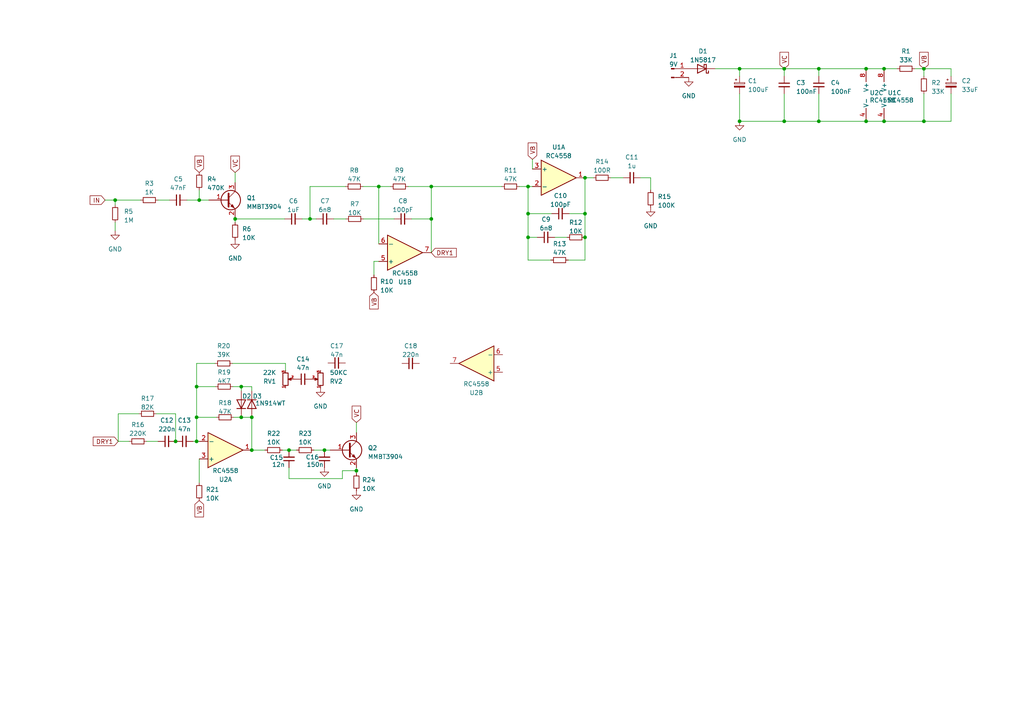
<source format=kicad_sch>
(kicad_sch (version 20230121) (generator eeschema)
  (paper "A4")
  (lib_symbols
    (symbol "Amplifier_Operational:RC4558" (pin_names (offset 0.127))
      (property "Reference" "U" (at 0 5.08 0))
      (property "Value" "RC4558" (at 0 -5.08 0))
      (symbol "RC4558_1_1"
        (polyline (pts (xy -5.08 5.08) (xy 5.08 0) (xy -5.08 -5.08) (xy -5.08 5.08)) (stroke (width 0.254)) (fill (type background)))
        (pin output line (at 7.62 0 180) (length 2.54) (name "~") (number "1"))
        (pin input line (at -7.62 -2.54 0) (length 2.54) (name "-") (number "2"))
        (pin input line (at -7.62 2.54 0) (length 2.54) (name "+") (number "3"))
      )
      (symbol "RC4558_2_1"
        (polyline (pts (xy -5.08 5.08) (xy 5.08 0) (xy -5.08 -5.08) (xy -5.08 5.08)) (stroke (width 0.254)) (fill (type background)))
        (pin input line (at -7.62 2.54 0) (length 2.54) (name "+") (number "5"))
        (pin input line (at -7.62 -2.54 0) (length 2.54) (name "-") (number "6"))
        (pin output line (at 7.62 0 180) (length 2.54) (name "~") (number "7"))
      )
      (symbol "RC4558_3_1"
        (pin power_in line (at -2.54 -7.62 90) (length 3.81) (name "V-") (number "4"))
        (pin power_in line (at -2.54 7.62 270) (length 3.81) (name "V+") (number "8"))
      )
    )
    (symbol "Connector:Conn_01x02_Pin" (pin_names (offset 1.016) hide)
      (property "Reference" "J" (at 0 2.54 0))
      (property "Value" "Conn_01x02_Pin" (at 0 -5.08 0))
      (symbol "Conn_01x02_Pin_1_1"
        (polyline (pts (xy 1.27 -2.54) (xy 0.8636 -2.54)) (stroke (width 0.1524)))
        (polyline (pts (xy 1.27 0) (xy 0.8636 0)) (stroke (width 0.1524)))
        (rectangle (start 0.8636 -2.413) (end 0 -2.667) (stroke (width 0.1524)) (fill (type outline)))
        (rectangle (start 0.8636 0.127) (end 0 -0.127) (stroke (width 0.1524)) (fill (type outline)))
        (pin passive line (at 5.08 0 180) (length 3.81) (name "Pin_1") (number "1"))
        (pin passive line (at 5.08 -2.54 180) (length 3.81) (name "Pin_2") (number "2"))
      )
    )
    (symbol "Device:C_Polarized_Small" (pin_numbers hide) (pin_names (offset 0.254) hide)
      (property "Reference" "C" (at 0.254 1.778 0))
      (property "Value" "C_Polarized_Small" (at 0.254 -2.032 0))
      (symbol "C_Polarized_Small_0_1"
        (rectangle (start -1.524 -0.3048) (end 1.524 -0.6858) (fill (type outline)))
        (rectangle (start -1.524 0.6858) (end 1.524 0.3048))
        (polyline (pts (xy -1.27 1.524) (xy -0.762 1.524)))
        (polyline (pts (xy -1.016 1.27) (xy -1.016 1.778)))
      )
      (symbol "C_Polarized_Small_1_1"
        (pin passive line (at 0 2.54 270) (length 1.8542) (name "~") (number "1"))
        (pin passive line (at 0 -2.54 90) (length 1.8542) (name "~") (number "2"))
      )
    )
    (symbol "Device:C_Small" (pin_numbers hide) (pin_names (offset 0.254) hide)
      (property "Reference" "C" (at 0.254 1.778 0))
      (property "Value" "C_Small" (at 0.254 -2.032 0))
      (symbol "C_Small_0_1"
        (polyline (pts (xy -1.524 -0.508) (xy 1.524 -0.508)) (stroke (width 0.3302)))
        (polyline (pts (xy -1.524 0.508) (xy 1.524 0.508)) (stroke (width 0.3048)))
      )
      (symbol "C_Small_1_1"
        (pin passive line (at 0 2.54 270) (length 2.032) (name "~") (number "1"))
        (pin passive line (at 0 -2.54 90) (length 2.032) (name "~") (number "2"))
      )
    )
    (symbol "Device:R_Potentiometer_Small" (pin_names (offset 1.016) hide)
      (property "Reference" "RV" (at -4.445 0 90))
      (property "Value" "R_Potentiometer_Small" (at -2.54 0 90))
      (symbol "R_Potentiometer_Small_0_1"
        (polyline (pts (xy 0.889 0) (xy 0.635 0) (xy 1.651 0.381) (xy 1.651 -0.381) (xy 0.635 0) (xy 0.889 0)) (fill (type outline)))
        (rectangle (start 0.762 1.8034) (end -0.762 -1.8034) (stroke (width 0.254)))
      )
      (symbol "R_Potentiometer_Small_1_1"
        (pin passive line (at 0 2.54 270) (length 0.635) (name "1") (number "1"))
        (pin passive line (at 2.54 0 180) (length 0.9906) (name "2") (number "2"))
        (pin passive line (at 0 -2.54 90) (length 0.635) (name "3") (number "3"))
      )
    )
    (symbol "Device:R_Small" (pin_numbers hide) (pin_names (offset 0.254) hide)
      (property "Reference" "R" (at 0.762 0.508 0))
      (property "Value" "R_Small" (at 0.762 -1.016 0))
      (symbol "R_Small_0_1"
        (rectangle (start -0.762 1.778) (end 0.762 -1.778) (stroke (width 0.2032)))
      )
      (symbol "R_Small_1_1"
        (pin passive line (at 0 2.54 270) (length 0.762) (name "~") (number "1"))
        (pin passive line (at 0 -2.54 90) (length 0.762) (name "~") (number "2"))
      )
    )
    (symbol "Diode:1N5817" (pin_numbers hide) (pin_names (offset 1.016) hide)
      (property "Reference" "D" (at 0 2.54 0))
      (property "Value" "1N5817" (at 0 -2.54 0))
      (symbol "1N5817_0_1"
        (polyline (pts (xy 1.27 0) (xy -1.27 0)))
        (polyline (pts (xy 1.27 1.27) (xy 1.27 -1.27) (xy -1.27 0) (xy 1.27 1.27)) (stroke (width 0.254)))
        (polyline (pts (xy -1.905 0.635) (xy -1.905 1.27) (xy -1.27 1.27) (xy -1.27 -1.27) (xy -0.635 -1.27) (xy -0.635 -0.635)) (stroke (width 0.254)))
      )
      (symbol "1N5817_1_1"
        (pin passive line (at -3.81 0 0) (length 2.54) (name "K") (number "1"))
        (pin passive line (at 3.81 0 180) (length 2.54) (name "A") (number "2"))
      )
    )
    (symbol "Diode:1N914WT" (pin_numbers hide) (pin_names hide)
      (property "Reference" "D" (at 0 2.54 0))
      (property "Value" "1N914WT" (at 0 -2.54 0))
      (symbol "1N914WT_0_1"
        (polyline (pts (xy -1.27 1.27) (xy -1.27 -1.27)) (stroke (width 0.254)))
        (polyline (pts (xy 1.27 0) (xy -1.27 0)))
        (polyline (pts (xy 1.27 1.27) (xy 1.27 -1.27) (xy -1.27 0) (xy 1.27 1.27)) (stroke (width 0.254)))
      )
      (symbol "1N914WT_1_1"
        (pin passive line (at -3.81 0 0) (length 2.54) (name "K") (number "1"))
        (pin passive line (at 3.81 0 180) (length 2.54) (name "A") (number "2"))
      )
    )
    (symbol "Transistor_BJT:MMBT3904" (pin_names (offset 0) hide)
      (property "Reference" "Q" (at 5.08 1.905 0))
      (property "Value" "MMBT3904" (at 5.08 0 0))
      (symbol "MMBT3904_0_1"
        (polyline (pts (xy 0.635 0.635) (xy 2.54 2.54)))
        (polyline (pts (xy 0.635 -0.635) (xy 2.54 -2.54) (xy 2.54 -2.54)))
        (polyline (pts (xy 0.635 1.905) (xy 0.635 -1.905) (xy 0.635 -1.905)) (stroke (width 0.508)))
        (polyline (pts (xy 1.27 -1.778) (xy 1.778 -1.27) (xy 2.286 -2.286) (xy 1.27 -1.778) (xy 1.27 -1.778)) (fill (type outline)))
        (circle (center 1.27 0) (radius 2.8194) (stroke (width 0.254)))
      )
      (symbol "MMBT3904_1_1"
        (pin input line (at -5.08 0 0) (length 5.715) (name "B") (number "1"))
        (pin passive line (at 2.54 -5.08 90) (length 2.54) (name "E") (number "2"))
        (pin passive line (at 2.54 5.08 270) (length 2.54) (name "C") (number "3"))
      )
    )
    (symbol "power:GND" (power) (pin_names (offset 0))
      (property "Value" "GND" (at 0 -3.81 0))
      (symbol "GND_0_1"
        (polyline (pts (xy 0 0) (xy 0 -1.27) (xy 1.27 -1.27) (xy 0 -2.54) (xy -1.27 -1.27) (xy 0 -1.27)))
      )
      (symbol "GND_1_1"
        (pin power_in line (at 0 0 270) (length 0) hide (name "GND") (number "1"))
      )
    )
  )
  (junction (at 94.107 130.556))
  (junction (at 73.025 121.031))
  (junction (at 57.023 112.141))
  (junction (at 73.025 130.556))
  (junction (at 125.095 63.5))
  (junction (at 237.49 35.179))
  (junction (at 214.503 35.179))
  (junction (at 256.413 35.179))
  (junction (at 153.162 61.976))
  (junction (at 153.162 68.834))
  (junction (at 227.457 35.179))
  (junction (at 57.785 58.039))
  (junction (at 237.49 19.939))
  (junction (at 69.977 112.141))
  (junction (at 169.672 51.562))
  (junction (at 83.82 130.556))
  (junction (at 169.672 68.834))
  (junction (at 89.916 63.5))
  (junction (at 169.672 61.976))
  (junction (at 125.095 54.102))
  (junction (at 153.162 54.102))
  (junction (at 57.023 128.016))
  (junction (at 68.199 63.5))
  (junction (at 33.401 58.039))
  (junction (at 267.97 19.939))
  (junction (at 251.206 35.179))
  (junction (at 267.97 35.179))
  (junction (at 256.413 19.939))
  (junction (at 214.503 19.939))
  (junction (at 227.457 19.939))
  (junction (at 251.206 19.939))
  (junction (at 50.927 128.016))
  (junction (at 103.378 136.525))
  (junction (at 57.023 121.031))
  (junction (at 69.977 121.031))
  (junction (at 109.855 54.102))
  (wire (pts (xy 267.97 35.179) (xy 256.413 35.179)))
  (wire (pts (xy 150.622 54.102) (xy 153.162 54.102)))
  (wire (pts (xy 237.49 19.939) (xy 251.206 19.939)))
  (wire (pts (xy 54.229 58.039) (xy 57.785 58.039)))
  (wire (pts (xy 62.484 112.141) (xy 57.023 112.141)))
  (wire (pts (xy 42.545 128.016) (xy 45.847 128.016)))
  (wire (pts (xy 267.97 27.178) (xy 267.97 35.179)))
  (wire (pts (xy 169.672 51.562) (xy 172.085 51.562)))
  (wire (pts (xy 214.503 19.939) (xy 227.457 19.939)))
  (wire (pts (xy 227.457 27.178) (xy 227.457 35.179)))
  (wire (pts (xy 125.095 54.102) (xy 125.095 63.5)))
  (wire (pts (xy 265.303 19.939) (xy 267.97 19.939)))
  (wire (pts (xy 188.722 51.562) (xy 188.722 55.118)))
  (wire (pts (xy 99.314 136.525) (xy 103.378 136.525)))
  (wire (pts (xy 68.199 63.119) (xy 68.199 63.5)))
  (wire (pts (xy 164.846 75.438) (xy 169.672 75.438)))
  (wire (pts (xy 159.766 75.438) (xy 153.162 75.438)))
  (wire (pts (xy 160.909 68.834) (xy 164.465 68.834)))
  (wire (pts (xy 185.801 51.562) (xy 188.722 51.562)))
  (wire (pts (xy 89.916 54.102) (xy 89.916 63.5)))
  (wire (pts (xy 119.38 63.5) (xy 125.095 63.5)))
  (wire (pts (xy 45.339 120.015) (xy 50.927 120.015)))
  (wire (pts (xy 109.855 54.102) (xy 113.284 54.102)))
  (wire (pts (xy 207.391 19.939) (xy 214.503 19.939)))
  (wire (pts (xy 99.314 138.811) (xy 99.314 136.525)))
  (wire (pts (xy 275.844 35.179) (xy 267.97 35.179)))
  (wire (pts (xy 96.774 63.5) (xy 100.33 63.5)))
  (wire (pts (xy 100.203 54.102) (xy 89.916 54.102)))
  (wire (pts (xy 69.977 112.141) (xy 69.977 113.411)))
  (wire (pts (xy 67.437 105.41) (xy 82.804 105.41)))
  (wire (pts (xy 83.82 135.636) (xy 83.82 138.811)))
  (wire (pts (xy 68.199 63.5) (xy 68.199 64.516)))
  (wire (pts (xy 227.457 19.939) (xy 227.457 22.098)))
  (wire (pts (xy 214.503 27.178) (xy 214.503 35.179)))
  (wire (pts (xy 68.199 50.038) (xy 68.199 52.959)))
  (wire (pts (xy 103.378 136.525) (xy 103.378 137.287)))
  (wire (pts (xy 33.401 58.039) (xy 40.767 58.039)))
  (wire (pts (xy 153.162 75.438) (xy 153.162 68.834)))
  (wire (pts (xy 30.48 58.039) (xy 33.401 58.039)))
  (wire (pts (xy 267.97 19.939) (xy 275.844 19.939)))
  (wire (pts (xy 34.29 128.016) (xy 37.465 128.016)))
  (wire (pts (xy 57.023 112.141) (xy 57.023 121.031)))
  (wire (pts (xy 83.82 138.811) (xy 99.314 138.811)))
  (wire (pts (xy 153.162 61.976) (xy 160.02 61.976)))
  (wire (pts (xy 165.1 61.976) (xy 169.672 61.976)))
  (wire (pts (xy 251.206 35.179) (xy 256.413 35.179)))
  (wire (pts (xy 57.785 58.039) (xy 60.579 58.039)))
  (wire (pts (xy 237.49 35.179) (xy 251.206 35.179)))
  (wire (pts (xy 62.357 105.41) (xy 57.023 105.41)))
  (wire (pts (xy 275.844 19.939) (xy 275.844 22.098)))
  (wire (pts (xy 57.023 128.016) (xy 57.785 128.016)))
  (wire (pts (xy 91.059 130.556) (xy 94.107 130.556)))
  (wire (pts (xy 57.023 121.031) (xy 57.023 128.016)))
  (wire (pts (xy 67.818 121.031) (xy 69.977 121.031)))
  (wire (pts (xy 256.413 19.939) (xy 260.223 19.939)))
  (wire (pts (xy 57.023 105.41) (xy 57.023 112.141)))
  (wire (pts (xy 108.458 75.819) (xy 108.458 79.756)))
  (wire (pts (xy 155.829 68.834) (xy 153.162 68.834)))
  (wire (pts (xy 251.206 19.939) (xy 256.413 19.939)))
  (wire (pts (xy 83.82 130.556) (xy 85.979 130.556)))
  (wire (pts (xy 82.804 105.41) (xy 82.804 107.442)))
  (wire (pts (xy 275.844 27.178) (xy 275.844 35.179)))
  (wire (pts (xy 153.162 61.976) (xy 153.162 54.102)))
  (wire (pts (xy 105.41 63.5) (xy 114.3 63.5)))
  (wire (pts (xy 237.49 35.179) (xy 227.457 35.179)))
  (wire (pts (xy 73.025 112.141) (xy 69.977 112.141)))
  (wire (pts (xy 169.545 68.834) (xy 169.672 68.834)))
  (wire (pts (xy 125.095 63.5) (xy 125.095 73.279)))
  (wire (pts (xy 153.162 68.834) (xy 153.162 61.976)))
  (wire (pts (xy 56.007 128.016) (xy 57.023 128.016)))
  (wire (pts (xy 33.401 58.039) (xy 33.401 59.436)))
  (wire (pts (xy 87.63 63.5) (xy 89.916 63.5)))
  (wire (pts (xy 118.364 54.102) (xy 125.095 54.102)))
  (wire (pts (xy 57.785 55.118) (xy 57.785 58.039)))
  (wire (pts (xy 267.97 19.939) (xy 267.97 22.098)))
  (wire (pts (xy 73.025 121.031) (xy 73.025 130.556)))
  (wire (pts (xy 109.855 54.102) (xy 105.283 54.102)))
  (wire (pts (xy 169.672 61.976) (xy 169.672 68.834)))
  (wire (pts (xy 169.672 75.438) (xy 169.672 68.834)))
  (wire (pts (xy 227.457 19.939) (xy 237.49 19.939)))
  (wire (pts (xy 237.49 19.939) (xy 237.49 22.098)))
  (wire (pts (xy 103.378 135.636) (xy 103.378 136.525)))
  (wire (pts (xy 68.199 63.5) (xy 82.55 63.5)))
  (wire (pts (xy 109.855 75.819) (xy 108.458 75.819)))
  (wire (pts (xy 154.432 46.228) (xy 154.432 49.022)))
  (wire (pts (xy 169.672 51.562) (xy 169.672 61.976)))
  (wire (pts (xy 69.977 121.031) (xy 73.025 121.031)))
  (wire (pts (xy 89.916 63.5) (xy 91.694 63.5)))
  (wire (pts (xy 177.165 51.562) (xy 180.721 51.562)))
  (wire (pts (xy 227.457 35.179) (xy 214.503 35.179)))
  (wire (pts (xy 103.378 122.555) (xy 103.378 125.476)))
  (wire (pts (xy 34.29 120.015) (xy 34.29 128.016)))
  (wire (pts (xy 50.927 120.015) (xy 50.927 128.016)))
  (wire (pts (xy 237.49 27.178) (xy 237.49 35.179)))
  (wire (pts (xy 109.855 70.739) (xy 109.855 54.102)))
  (wire (pts (xy 40.259 120.015) (xy 34.29 120.015)))
  (wire (pts (xy 69.977 112.141) (xy 67.564 112.141)))
  (wire (pts (xy 62.738 121.031) (xy 57.023 121.031)))
  (wire (pts (xy 125.095 54.102) (xy 145.542 54.102)))
  (wire (pts (xy 214.503 19.939) (xy 214.503 22.098)))
  (wire (pts (xy 73.025 130.556) (xy 76.835 130.556)))
  (wire (pts (xy 81.915 130.556) (xy 83.82 130.556)))
  (wire (pts (xy 73.025 113.411) (xy 73.025 112.141)))
  (wire (pts (xy 95.758 130.556) (xy 94.107 130.556)))
  (wire (pts (xy 33.401 64.516) (xy 33.401 66.929)))
  (wire (pts (xy 153.162 54.102) (xy 154.432 54.102)))
  (wire (pts (xy 45.847 58.039) (xy 49.149 58.039)))
  (wire (pts (xy 57.785 140.081) (xy 57.785 133.096)))
  (global_label "VB" (shape input) (at 57.785 50.038 90) (property "Intersheetrefs" "${INTERSHEET_REFS}" (effects hide)))
  (global_label "VB" (shape input) (at 267.97 19.939 90) (property "Intersheetrefs" "${INTERSHEET_REFS}" (effects hide)))
  (global_label "VC" (shape input) (at 227.457 19.939 90) (property "Intersheetrefs" "${INTERSHEET_REFS}" (effects hide)))
  (global_label "VC" (shape input) (at 103.378 122.555 90) (property "Intersheetrefs" "${INTERSHEET_REFS}" (effects hide)))
  (global_label "VC" (shape input) (at 68.199 50.038 90) (property "Intersheetrefs" "${INTERSHEET_REFS}" (effects hide)))
  (global_label "VB" (shape input) (at 108.458 84.836 270) (property "Intersheetrefs" "${INTERSHEET_REFS}" (effects hide)))
  (global_label "VB" (shape input) (at 57.785 145.161 270) (property "Intersheetrefs" "${INTERSHEET_REFS}" (effects hide)))
  (global_label "VB" (shape input) (at 154.432 46.228 90) (property "Intersheetrefs" "${INTERSHEET_REFS}" (effects hide)))
  (global_label "DRY1" (shape input) (at 34.29 128.016 180) (property "Intersheetrefs" "${INTERSHEET_REFS}" (effects hide)))
  (global_label "DRY1" (shape input) (at 125.095 73.279 0) (property "Intersheetrefs" "${INTERSHEET_REFS}" (effects hide)))
  (global_label "IN" (shape input) (at 30.48 58.039 180) (property "Intersheetrefs" "${INTERSHEET_REFS}" (effects hide)))
  (symbol (lib_id "Amplifier_Operational:RC4558") (at 65.405 130.556 0) (mirror x) (unit 1)
    (property "Reference" "U2" (at 65.405 139.065 0))
    (property "Value" "RC4558" (at 65.405 136.525 0))
    (property "Datasheet" "http://www.ti.com/lit/ds/symlink/rc4558.pdf" (effects hide))
  )
  (symbol (lib_id "Device:R_Small") (at 68.199 67.056 0) (unit 1)
    (property "Reference" "R6" (at 70.231 66.421 0) (effects (justify left)))
    (property "Value" "10K" (at 70.231 68.961 0) (effects (justify left)))
    (property "Footprint" "Resistor_SMD:R_0805_2012Metric_Pad1.20x1.40mm_HandSolder" (effects hide))
  )
  (symbol (lib_id "Transistor_BJT:MMBT3904") (at 65.659 58.039 0) (unit 1)
    (property "Reference" "Q1" (at 71.501 57.404 0) (effects (justify left)))
    (property "Value" "MMBT3904" (at 71.501 59.944 0) (effects (justify left)))
    (property "Footprint" "Package_TO_SOT_SMD:SOT-23" (effects hide))
    (property "Datasheet" "https://www.onsemi.com/pub/Collateral/2N3903-D.PDF" (effects hide))
  )
  (symbol (lib_id "Device:R_Small") (at 40.005 128.016 270) (unit 1)
    (property "Reference" "R16" (at 40.005 123.19 90))
    (property "Value" "220K" (at 40.005 125.73 90))
    (property "Footprint" "Resistor_SMD:R_0805_2012Metric_Pad1.20x1.40mm_HandSolder" (effects hide))
  )
  (symbol (lib_id "power:GND") (at 188.722 60.198 0) (unit 1)
    (property "Reference" "#PWR05" (effects hide))
    (property "Value" "GND" (at 188.722 65.532 0))
  )
  (symbol (lib_id "Device:C_Small") (at 87.884 109.982 90) (unit 1)
    (property "Reference" "C14" (at 87.8903 104.14 90))
    (property "Value" "47n" (at 87.8903 106.68 90))
    (property "Footprint" "Capacitor_SMD:C_0805_2012Metric_Pad1.18x1.45mm_HandSolder" (effects hide))
  )
  (symbol (lib_id "Diode:1N914WT") (at 69.977 117.221 90) (unit 1)
    (property "Reference" "D2" (at 70.231 114.935 90) (effects (justify right)))
    (property "Value" "1N914WT" (effects hide))
    (property "Footprint" "Diode_SMD:D_SOD-523" (effects hide))
    (property "Datasheet" "http://www.mouser.com/ds/2/149/1N4148WT-461550.pdf" (effects hide))
    (property "Sim.Device" "D" (effects hide))
    (property "Sim.Pins" "1=K 2=A" (effects hide))
  )
  (symbol (lib_id "Device:R_Small") (at 33.401 61.976 0) (unit 1)
    (property "Reference" "R5" (at 35.941 61.341 0) (effects (justify left)))
    (property "Value" "1M" (at 35.941 63.881 0) (effects (justify left)))
    (property "Footprint" "Resistor_SMD:R_0805_2012Metric_Pad1.20x1.40mm_HandSolder" (effects hide))
  )
  (symbol (lib_id "Device:C_Small") (at 116.84 63.5 90) (unit 1)
    (property "Reference" "C8" (at 116.8463 58.293 90))
    (property "Value" "100pF" (at 116.8463 60.833 90))
    (property "Footprint" "Capacitor_SMD:C_0805_2012Metric_Pad1.18x1.45mm_HandSolder" (effects hide))
  )
  (symbol (lib_id "Device:C_Small") (at 158.369 68.834 90) (unit 1)
    (property "Reference" "C9" (at 158.3753 63.627 90))
    (property "Value" "6n8" (at 158.3753 66.167 90))
    (property "Footprint" "Capacitor_SMD:C_0805_2012Metric_Pad1.18x1.45mm_HandSolder" (effects hide))
  )
  (symbol (lib_id "Device:C_Polarized_Small") (at 275.844 24.638 0) (unit 1)
    (property "Reference" "C2" (at 278.892 23.4569 0) (effects (justify left)))
    (property "Value" "33uF" (at 278.892 25.9969 0) (effects (justify left)))
  )
  (symbol (lib_id "Device:R_Small") (at 115.824 54.102 90) (unit 1)
    (property "Reference" "R9" (at 115.824 49.403 90))
    (property "Value" "47K" (at 115.824 51.943 90))
    (property "Footprint" "Resistor_SMD:R_0805_2012Metric_Pad1.20x1.40mm_HandSolder" (effects hide))
  )
  (symbol (lib_id "Device:R_Small") (at 148.082 54.102 90) (unit 1)
    (property "Reference" "R11" (at 148.082 49.403 90))
    (property "Value" "47K" (at 148.082 51.943 90))
    (property "Footprint" "Resistor_SMD:R_0805_2012Metric_Pad1.20x1.40mm_HandSolder" (effects hide))
  )
  (symbol (lib_id "Amplifier_Operational:RC4558") (at 138.176 105.41 180) (unit 2)
    (property "Reference" "U2" (at 138.176 113.919 0))
    (property "Value" "RC4558" (at 138.176 111.379 0))
    (property "Datasheet" "http://www.ti.com/lit/ds/symlink/rc4558.pdf" (effects hide))
  )
  (symbol (lib_id "Device:C_Small") (at 237.49 24.638 0) (unit 1)
    (property "Reference" "C4" (at 240.919 24.0093 0) (effects (justify left)))
    (property "Value" "100nF" (at 240.919 26.5493 0) (effects (justify left)))
    (property "Footprint" "Capacitor_SMD:C_0805_2012Metric_Pad1.18x1.45mm_HandSolder" (effects hide))
  )
  (symbol (lib_id "power:GND") (at 214.503 35.179 0) (unit 1)
    (property "Reference" "#PWR01" (effects hide))
    (property "Value" "GND" (at 214.503 40.513 0))
  )
  (symbol (lib_id "Device:R_Small") (at 103.378 139.827 0) (unit 1)
    (property "Reference" "R24" (at 105.029 139.192 0) (effects (justify left)))
    (property "Value" "10K" (at 105.029 141.732 0) (effects (justify left)))
    (property "Footprint" "Resistor_SMD:R_0805_2012Metric_Pad1.20x1.40mm_HandSolder" (effects hide))
  )
  (symbol (lib_id "Device:R_Small") (at 57.785 142.621 0) (unit 1)
    (property "Reference" "R21" (at 59.69 141.986 0) (effects (justify left)))
    (property "Value" "10K" (at 59.69 144.526 0) (effects (justify left)))
    (property "Footprint" "Resistor_SMD:R_0805_2012Metric_Pad1.20x1.40mm_HandSolder" (effects hide))
  )
  (symbol (lib_id "Device:R_Potentiometer_Small") (at 92.964 109.982 180) (unit 1)
    (property "Reference" "RV2" (at 95.631 110.617 0) (effects (justify right)))
    (property "Value" "50KC" (at 95.631 108.077 0) (effects (justify right)))
  )
  (symbol (lib_id "Device:R_Small") (at 79.375 130.556 270) (unit 1)
    (property "Reference" "R22" (at 79.375 125.73 90))
    (property "Value" "10K" (at 79.375 128.27 90))
    (property "Footprint" "Resistor_SMD:R_0805_2012Metric_Pad1.20x1.40mm_HandSolder" (effects hide))
  )
  (symbol (lib_id "power:GND") (at 94.107 135.636 0) (unit 1)
    (property "Reference" "#PWR07" (effects hide))
    (property "Value" "GND" (at 94.107 140.97 0))
  )
  (symbol (lib_id "Device:R_Small") (at 102.87 63.5 90) (unit 1)
    (property "Reference" "R7" (at 102.87 59.182 90))
    (property "Value" "10K" (at 102.87 61.722 90))
    (property "Footprint" "Resistor_SMD:R_0805_2012Metric_Pad1.20x1.40mm_HandSolder" (effects hide))
  )
  (symbol (lib_id "Device:R_Small") (at 188.722 57.658 0) (unit 1)
    (property "Reference" "R15" (at 190.754 57.023 0) (effects (justify left)))
    (property "Value" "100K" (at 190.754 59.563 0) (effects (justify left)))
    (property "Footprint" "Resistor_SMD:R_0805_2012Metric_Pad1.20x1.40mm_HandSolder" (effects hide))
  )
  (symbol (lib_id "Device:R_Small") (at 88.519 130.556 270) (unit 1)
    (property "Reference" "R23" (at 88.519 125.73 90))
    (property "Value" "10K" (at 88.519 128.27 90))
    (property "Footprint" "Resistor_SMD:R_0805_2012Metric_Pad1.20x1.40mm_HandSolder" (effects hide))
  )
  (symbol (lib_id "Device:C_Small") (at 83.82 133.096 180) (unit 1)
    (property "Reference" "C15" (at 78.232 132.715 0) (effects (justify right)))
    (property "Value" "12n" (at 78.867 134.747 0) (effects (justify right)))
    (property "Footprint" "Capacitor_SMD:C_0805_2012Metric_Pad1.18x1.45mm_HandSolder" (effects hide))
  )
  (symbol (lib_id "Device:C_Small") (at 94.107 133.096 180) (unit 1)
    (property "Reference" "C16" (at 88.646 132.588 0) (effects (justify right)))
    (property "Value" "150n" (at 88.9 134.747 0) (effects (justify right)))
    (property "Footprint" "Capacitor_SMD:C_0805_2012Metric_Pad1.18x1.45mm_HandSolder" (effects hide))
  )
  (symbol (lib_id "Device:C_Polarized_Small") (at 214.503 24.638 0) (unit 1)
    (property "Reference" "C1" (at 216.916 23.4569 0) (effects (justify left)))
    (property "Value" "100uF" (at 216.916 25.9969 0) (effects (justify left)))
  )
  (symbol (lib_id "Device:R_Potentiometer_Small") (at 82.804 109.982 0) (mirror x) (unit 1)
    (property "Reference" "RV1" (at 80.137 110.617 0) (effects (justify right)))
    (property "Value" "22K" (at 80.137 108.077 0) (effects (justify right)))
  )
  (symbol (lib_id "Device:R_Small") (at 262.763 19.939 270) (unit 1)
    (property "Reference" "R1" (at 262.763 14.859 90))
    (property "Value" "33K" (at 262.763 17.399 90))
    (property "Footprint" "Resistor_SMD:R_0805_2012Metric_Pad1.20x1.40mm_HandSolder" (effects hide))
  )
  (symbol (lib_id "Device:R_Small") (at 167.005 68.834 90) (unit 1)
    (property "Reference" "R12" (at 167.005 64.516 90))
    (property "Value" "10K" (at 167.005 67.056 90))
    (property "Footprint" "Resistor_SMD:R_0805_2012Metric_Pad1.20x1.40mm_HandSolder" (effects hide))
  )
  (symbol (lib_id "Device:R_Small") (at 108.458 82.296 180) (unit 1)
    (property "Reference" "R10" (at 110.236 81.661 0) (effects (justify right)))
    (property "Value" "10K" (at 110.236 84.201 0) (effects (justify right)))
    (property "Footprint" "Resistor_SMD:R_0805_2012Metric_Pad1.20x1.40mm_HandSolder" (effects hide))
  )
  (symbol (lib_id "Connector:Conn_01x02_Pin") (at 194.691 19.939 0) (unit 1)
    (property "Reference" "J1" (at 195.326 16.129 0))
    (property "Value" "9V" (at 195.326 18.669 0))
  )
  (symbol (lib_id "Device:C_Small") (at 48.387 128.016 90) (unit 1)
    (property "Reference" "C12" (at 48.3933 121.92 90))
    (property "Value" "220n" (at 48.3933 124.46 90))
    (property "Footprint" "Capacitor_SMD:C_0805_2012Metric_Pad1.18x1.45mm_HandSolder" (effects hide))
  )
  (symbol (lib_id "Device:R_Small") (at 64.897 105.41 270) (unit 1)
    (property "Reference" "R20" (at 64.897 100.33 90))
    (property "Value" "39K" (at 64.897 102.87 90))
    (property "Footprint" "Resistor_SMD:R_0805_2012Metric_Pad1.20x1.40mm_HandSolder" (effects hide))
  )
  (symbol (lib_id "power:GND") (at 103.378 142.367 0) (unit 1)
    (property "Reference" "#PWR08" (effects hide))
    (property "Value" "GND" (at 103.378 147.701 0))
  )
  (symbol (lib_id "Device:C_Small") (at 85.09 63.5 90) (unit 1)
    (property "Reference" "C6" (at 85.0963 58.293 90))
    (property "Value" "1uF" (at 85.0963 60.833 90))
    (property "Footprint" "Capacitor_SMD:C_0805_2012Metric_Pad1.18x1.45mm_HandSolder" (effects hide))
  )
  (symbol (lib_id "Device:C_Small") (at 51.689 58.039 90) (unit 1)
    (property "Reference" "C5" (at 51.6953 51.943 90))
    (property "Value" "47nF" (at 51.6953 54.483 90))
    (property "Footprint" "Capacitor_SMD:C_0805_2012Metric_Pad1.18x1.45mm_HandSolder" (effects hide))
  )
  (symbol (lib_id "Device:C_Small") (at 162.56 61.976 90) (unit 1)
    (property "Reference" "C10" (at 162.5663 56.769 90))
    (property "Value" "100pF" (at 162.5663 59.309 90))
    (property "Footprint" "Capacitor_SMD:C_0805_2012Metric_Pad1.18x1.45mm_HandSolder" (effects hide))
  )
  (symbol (lib_id "Amplifier_Operational:RC4558") (at 253.746 27.559 0) (unit 3)
    (property "Reference" "U2" (at 252.222 26.924 0) (effects (justify left)))
    (property "Value" "RC4558" (at 252.222 29.083 0) (effects (justify left)))
    (property "Datasheet" "http://www.ti.com/lit/ds/symlink/rc4558.pdf" (effects hide))
  )
  (symbol (lib_id "Device:C_Small") (at 53.467 128.016 90) (unit 1)
    (property "Reference" "C13" (at 53.4733 121.92 90))
    (property "Value" "47n" (at 53.4733 124.46 90))
    (property "Footprint" "Capacitor_SMD:C_0805_2012Metric_Pad1.18x1.45mm_HandSolder" (effects hide))
  )
  (symbol (lib_id "Device:C_Small") (at 119.126 105.41 90) (unit 1)
    (property "Reference" "C18" (at 119.1323 100.33 90))
    (property "Value" "220n" (at 119.1323 102.87 90))
    (property "Footprint" "Capacitor_SMD:C_0805_2012Metric_Pad1.18x1.45mm_HandSolder" (effects hide))
  )
  (symbol (lib_id "Device:R_Small") (at 267.97 24.638 0) (unit 1)
    (property "Reference" "R2" (at 270.129 24.003 0) (effects (justify left)))
    (property "Value" "33K" (at 270.129 26.543 0) (effects (justify left)))
    (property "Footprint" "Resistor_SMD:R_0805_2012Metric_Pad1.20x1.40mm_HandSolder" (effects hide))
  )
  (symbol (lib_id "Device:R_Small") (at 65.024 112.141 270) (unit 1)
    (property "Reference" "R19" (at 65.024 107.95 90))
    (property "Value" "4K7" (at 65.024 110.49 90))
    (property "Footprint" "Resistor_SMD:R_0805_2012Metric_Pad1.20x1.40mm_HandSolder" (effects hide))
  )
  (symbol (lib_id "power:GND") (at 92.964 112.522 0) (unit 1)
    (property "Reference" "#PWR06" (effects hide))
    (property "Value" "GND" (at 92.964 117.856 0))
  )
  (symbol (lib_id "Device:C_Small") (at 227.457 24.638 0) (unit 1)
    (property "Reference" "C3" (at 230.886 24.0093 0) (effects (justify left)))
    (property "Value" "100nF" (at 230.886 26.5493 0) (effects (justify left)))
    (property "Footprint" "Capacitor_SMD:C_0805_2012Metric_Pad1.18x1.45mm_HandSolder" (effects hide))
  )
  (symbol (lib_id "Diode:1N914WT") (at 73.025 117.221 270) (unit 1)
    (property "Reference" "D3" (at 73.279 114.935 90) (effects (justify left)))
    (property "Value" "1N914WT" (at 74.041 116.967 90) (effects (justify left)))
    (property "Footprint" "Diode_SMD:D_SOD-523" (effects hide))
    (property "Datasheet" "http://www.mouser.com/ds/2/149/1N4148WT-461550.pdf" (effects hide))
    (property "Sim.Device" "D" (effects hide))
    (property "Sim.Pins" "1=K 2=A" (effects hide))
  )
  (symbol (lib_id "Device:R_Small") (at 162.306 75.438 90) (unit 1)
    (property "Reference" "R13" (at 162.306 70.739 90))
    (property "Value" "47K" (at 162.306 73.279 90))
    (property "Footprint" "Resistor_SMD:R_0805_2012Metric_Pad1.20x1.40mm_HandSolder" (effects hide))
  )
  (symbol (lib_id "Amplifier_Operational:RC4558") (at 258.953 27.559 0) (unit 3)
    (property "Reference" "U1" (at 257.429 26.924 0) (effects (justify left)))
    (property "Value" "RC4558" (at 257.429 29.083 0) (effects (justify left)))
    (property "Datasheet" "http://www.ti.com/lit/ds/symlink/rc4558.pdf" (effects hide))
  )
  (symbol (lib_id "Device:R_Small") (at 102.743 54.102 90) (unit 1)
    (property "Reference" "R8" (at 102.743 49.403 90))
    (property "Value" "47K" (at 102.743 51.943 90))
    (property "Footprint" "Resistor_SMD:R_0805_2012Metric_Pad1.20x1.40mm_HandSolder" (effects hide))
  )
  (symbol (lib_id "Device:R_Small") (at 43.307 58.039 270) (unit 1)
    (property "Reference" "R3" (at 43.307 53.213 90))
    (property "Value" "1K" (at 43.307 55.753 90))
    (property "Footprint" "Resistor_SMD:R_0805_2012Metric_Pad1.20x1.40mm_HandSolder" (effects hide))
  )
  (symbol (lib_id "Amplifier_Operational:RC4558") (at 117.475 73.279 0) (mirror x) (unit 2)
    (property "Reference" "U1" (at 117.475 81.788 0))
    (property "Value" "RC4558" (at 117.475 79.248 0))
    (property "Datasheet" "http://www.ti.com/lit/ds/symlink/rc4558.pdf" (effects hide))
  )
  (symbol (lib_id "Device:R_Small") (at 174.625 51.562 270) (unit 1)
    (property "Reference" "R14" (at 174.625 46.863 90))
    (property "Value" "100R" (at 174.625 49.403 90))
    (property "Footprint" "Resistor_SMD:R_0805_2012Metric_Pad1.20x1.40mm_HandSolder" (effects hide))
  )
  (symbol (lib_id "power:GND") (at 33.401 66.929 0) (unit 1)
    (property "Reference" "#PWR03" (effects hide))
    (property "Value" "GND" (at 33.401 72.263 0))
  )
  (symbol (lib_id "Device:C_Small") (at 97.663 105.283 90) (unit 1)
    (property "Reference" "C17" (at 97.6693 100.33 90))
    (property "Value" "47n" (at 97.6693 102.87 90))
    (property "Footprint" "Capacitor_SMD:C_0805_2012Metric_Pad1.18x1.45mm_HandSolder" (effects hide))
  )
  (symbol (lib_id "power:GND") (at 199.771 22.479 0) (unit 1)
    (property "Reference" "#PWR02" (effects hide))
    (property "Value" "GND" (at 199.771 27.813 0))
  )
  (symbol (lib_id "Transistor_BJT:MMBT3904") (at 100.838 130.556 0) (unit 1)
    (property "Reference" "Q2" (at 106.68 129.921 0) (effects (justify left)))
    (property "Value" "MMBT3904" (at 106.68 132.461 0) (effects (justify left)))
    (property "Footprint" "Package_TO_SOT_SMD:SOT-23" (effects hide))
    (property "Datasheet" "https://www.onsemi.com/pub/Collateral/2N3903-D.PDF" (effects hide))
  )
  (symbol (lib_id "power:GND") (at 68.199 69.596 0) (unit 1)
    (property "Reference" "#PWR04" (effects hide))
    (property "Value" "GND" (at 68.199 74.93 0))
  )
  (symbol (lib_id "Diode:1N5817") (at 203.581 19.939 180) (unit 1)
    (property "Reference" "D1" (at 203.8985 14.859 0))
    (property "Value" "1N5817" (at 203.8985 17.399 0))
    (property "Footprint" "Diode_THT:D_DO-41_SOD81_P10.16mm_Horizontal" (effects hide))
    (property "Datasheet" "http://www.vishay.com/docs/88525/1n5817.pdf" (effects hide))
  )
  (symbol (lib_id "Device:C_Small") (at 183.261 51.562 270) (unit 1)
    (property "Reference" "C11" (at 183.2546 45.593 90))
    (property "Value" "1u" (at 183.2546 48.133 90))
    (property "Footprint" "Capacitor_SMD:C_0805_2012Metric_Pad1.18x1.45mm_HandSolder" (effects hide))
  )
  (symbol (lib_id "Device:R_Small") (at 65.278 121.031 270) (unit 1)
    (property "Reference" "R18" (at 65.278 116.84 90))
    (property "Value" "47K" (at 65.278 119.38 90))
    (property "Footprint" "Resistor_SMD:R_0805_2012Metric_Pad1.20x1.40mm_HandSolder" (effects hide))
  )
  (symbol (lib_id "Device:R_Small") (at 57.785 52.578 0) (unit 1)
    (property "Reference" "R4" (at 60.071 51.943 0) (effects (justify left)))
    (property "Value" "470K" (at 60.071 54.483 0) (effects (justify left)))
    (property "Footprint" "Resistor_SMD:R_0805_2012Metric_Pad1.20x1.40mm_HandSolder" (effects hide))
  )
  (symbol (lib_id "Device:C_Small") (at 94.234 63.5 90) (unit 1)
    (property "Reference" "C7" (at 94.2403 58.293 90))
    (property "Value" "6n8" (at 94.2403 60.833 90))
    (property "Footprint" "Capacitor_SMD:C_0805_2012Metric_Pad1.18x1.45mm_HandSolder" (effects hide))
  )
  (symbol (lib_id "Device:R_Small") (at 42.799 120.015 270) (unit 1)
    (property "Reference" "R17" (at 42.799 115.57 90))
    (property "Value" "82K" (at 42.799 118.11 90))
    (property "Footprint" "Resistor_SMD:R_0805_2012Metric_Pad1.20x1.40mm_HandSolder" (effects hide))
  )
  (symbol (lib_id "Amplifier_Operational:RC4558") (at 162.052 51.562 0) (unit 1)
    (property "Reference" "U1" (at 162.052 42.672 0))
    (property "Value" "RC4558" (at 162.052 45.212 0))
    (property "Datasheet" "http://www.ti.com/lit/ds/symlink/rc4558.pdf" (effects hide))
  )
)
</source>
